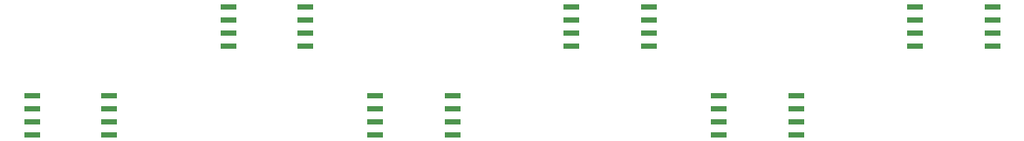
<source format=gbr>
G04 EAGLE Gerber RS-274X export*
G75*
%MOMM*%
%FSLAX34Y34*%
%LPD*%
%AMOC8*
5,1,8,0,0,1.08239X$1,22.5*%
G01*
%ADD10R,1.500000X0.600000*%


D10*
X632650Y524131D03*
X632650Y536831D03*
X632650Y549531D03*
X632650Y562231D03*
X557650Y562231D03*
X557650Y549531D03*
X557650Y536831D03*
X557650Y524131D03*
X367250Y475869D03*
X367250Y463169D03*
X367250Y450469D03*
X367250Y437769D03*
X442250Y437769D03*
X442250Y450469D03*
X442250Y463169D03*
X442250Y475869D03*
X700550Y475869D03*
X700550Y463169D03*
X700550Y450469D03*
X700550Y437769D03*
X775550Y437769D03*
X775550Y450469D03*
X775550Y463169D03*
X775550Y475869D03*
X299350Y524131D03*
X299350Y536831D03*
X299350Y549531D03*
X299350Y562231D03*
X224350Y562231D03*
X224350Y549531D03*
X224350Y536831D03*
X224350Y524131D03*
X965950Y524131D03*
X965950Y536831D03*
X965950Y549531D03*
X965950Y562231D03*
X890950Y562231D03*
X890950Y549531D03*
X890950Y536831D03*
X890950Y524131D03*
X33950Y475869D03*
X33950Y463169D03*
X33950Y450469D03*
X33950Y437769D03*
X108950Y437769D03*
X108950Y450469D03*
X108950Y463169D03*
X108950Y475869D03*
M02*

</source>
